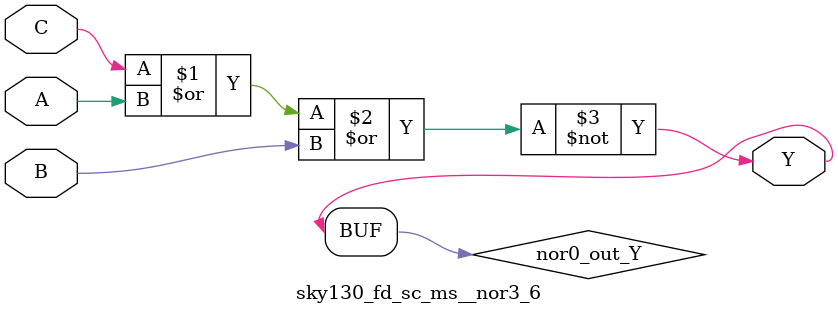
<source format=v>
module sky130_fd_sc_ms__nor3_6 (
    Y,
    A,
    B,
    C
);
    output Y;
    input  A;
    input  B;
    input  C;
    wire nor0_out_Y;
    nor nor0 (nor0_out_Y, C, A, B        );
    buf buf0 (Y         , nor0_out_Y     );
endmodule
</source>
